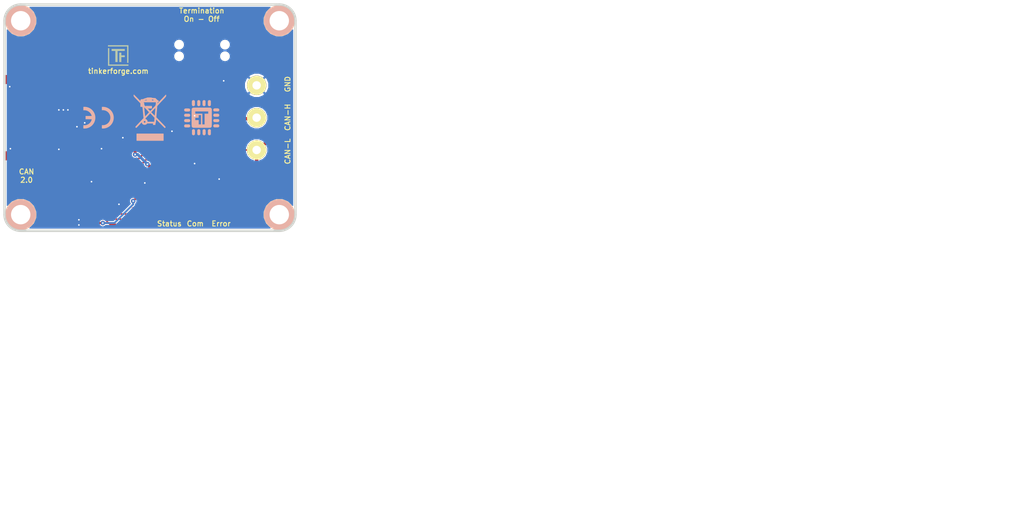
<source format=kicad_pcb>
(kicad_pcb (version 4) (host pcbnew 4.0.2+dfsg1-stable)
  (title_block (title "CAN Bricklet") (date 2018-01-16) (rev 2.0) (company "Tinkerforge GmbH") (comment 1 "Licensed under CERN OHL v.1.1") (comment 2 "Copyright (©) 2018, B.Nordmeyer <bastian@tinkerforge.com>"))
  (layers (0 Vorderseite signal) (31 Rückseite signal hide) (34 B.Paste user) (35 F.Paste user) (36 B.SilkS user) (37 F.SilkS user) (38 B.Mask user) (39 F.Mask user) (44 Edge.Cuts user))
  (net 0 "")
  (net 1 GND)
  (net 2 "Net-(C1-Pad2)")
  (net 3 "Net-(P1-Pad6)")
  (net 4 +5V)
  (net 5 "Net-(C6-Pad1)")
  (net 6 3V3)
  (net 7 "Net-(K1-Pad2)")
  (net 8 "Net-(K1-Pad3)")
  (net 9 "Net-(C7-Pad1)")
  (net 10 "Net-(C14-Pad1)")
  (net 11 "Net-(C15-Pad1)")
  (net 12 "Net-(D1-Pad2)")
  (net 13 "Net-(P1-Pad4)")
  (net 14 "Net-(P1-Pad5)")
  (net 15 "Net-(P2-Pad1)")
  (net 16 "Net-(P3-Pad2)")
  (net 17 "Net-(R2-Pad2)")
  (net 18 "Net-(R5-Pad2)")
  (net 19 S-CS)
  (net 20 S-CLK)
  (net 21 S-MOSI)
  (net 22 S-MISO)
  (net 23 TX)
  (net 24 RX)
  (net 25 "Net-(D2-Pad2)")
  (net 26 "Net-(D3-Pad2)")
  (net 27 "Net-(RP2-Pad4)")
  (net 28 "Net-(RP2-Pad2)")
  (net 29 "Net-(RP2-Pad3)")
  (net 30 "Net-(RP2-Pad1)")
  (net 31 "Net-(RP2-Pad8)")
  (net 32 "Net-(U1-Pad1)")
  (net 33 "Net-(U1-Pad2)")
  (net 34 "Net-(U1-Pad4)")
  (net 35 "Net-(U1-Pad5)")
  (net 36 "Net-(U1-Pad6)")
  (net 37 "Net-(U1-Pad7)")
  (net 38 "Net-(U1-Pad8)")
  (net 39 "Net-(U1-Pad9)")
  (net 40 "Net-(U1-Pad10)")
  (net 41 "Net-(U1-Pad11)")
  (net 42 "Net-(U1-Pad12)")
  (net 43 "Net-(U1-Pad14)")
  (net 44 "Net-(U1-Pad15)")
  (net 45 "Net-(U1-Pad16)")
  (net 46 "Net-(U1-Pad20)")
  (net 47 "Net-(U1-Pad21)")
  (net 48 "Net-(U1-Pad25)")
  (net 49 "Net-(U1-Pad26)")
  (net 50 "Net-(U1-Pad28)")
  (net 51 "Net-(U1-Pad29)")
  (net 52 "Net-(U1-Pad31)")
  (net 53 "Net-(U1-Pad32)")
  (net 54 "Net-(U1-Pad35)")
  (net 55 "Net-(U1-Pad36)")
  (net 56 "Net-(U1-Pad39)")
  (net 57 "Net-(U1-Pad40)")
  (net 58 "Net-(U1-Pad43)")
  (net 59 "Net-(U1-Pad47)")
  (net 60 "Net-(U1-Pad48)")
  (module kicad-libraries:Fiducial_Mark (layer Vorderseite) (at 132.3 116.1)
    (fp_text reference Fiducial_Mark hide)
    (fp_text value VAL** hide)
    (pad 1 smd circle (at 0 0) (size 1.00076 1.00076) (layers Vorderseite F.Paste F.Mask) (clearance 0.65024))
  )
  (module kicad-libraries:Logo_31x31 (layer Vorderseite) (at 141.3 89.4)
    (fp_text reference G*** hide)
    (fp_text value Logo_31x31 hide)
  )
  (module kicad-libraries:Fiducial_Mark (layer Vorderseite) (at 132.8 85.6)
    (fp_text reference Fiducial_Mark hide)
    (fp_text value VAL** hide)
    (pad 1 smd circle (at 0 0) (size 1.00076 1.00076) (layers Vorderseite F.Paste F.Mask) (clearance 0.65024))
  )
  (module kicad-libraries:Fiducial_Mark (layer Vorderseite) (at 167.8 110.6)
    (fp_text reference Fiducial_Mark hide)
    (fp_text value VAL** hide)
    (pad 1 smd circle (at 0 0) (size 1.00076 1.00076) (layers Vorderseite F.Paste F.Mask) (clearance 0.65024))
  )
  (module kicad-libraries:Fiducial_Mark (layer Vorderseite) (at 164.4 87.8)
    (fp_text reference Fiducial_Mark hide)
    (fp_text value VAL** hide)
    (pad 1 smd circle (at 0 0) (size 1.00076 1.00076) (layers Vorderseite F.Paste F.Mask) (clearance 0.65024))
  )
  (module kicad-libraries:WEEE_7mm (layer Rückseite) (at 147.8 100.6 180)
    (fp_text reference VAL hide)
    (fp_text value WEEE_7mm hide)
  )
  (module kicad-libraries:CE_5mm (layer Rückseite) (at 139.8 100.6 180)
    (fp_text reference VAL hide)
    (fp_text value CE_5mm hide)
  )
  (module kicad-libraries:DRILL_NP (layer Vorderseite) (at 167.8 115.6 90)
    (fp_text reference U4 hide)
    (fp_text value DRILL hide)
    (pad "" np_thru_hole circle (at 0 0 90) (size 2.99974 2.99974) (drill 2.99974) (layers *.Cu *.Mask F.SilkS) (clearance 0.89916))
  )
  (module kicad-libraries:DRILL_NP (layer Vorderseite) (at 167.8 85.6)
    (fp_text reference U5 hide)
    (fp_text value DRILL hide)
    (pad "" np_thru_hole circle (at 0 0) (size 2.99974 2.99974) (drill 2.99974) (layers *.Cu *.Mask F.SilkS) (clearance 0.89916))
  )
  (module kicad-libraries:DRILL_NP (layer Vorderseite) (at 127.8 115.6 90)
    (fp_text reference U6 hide)
    (fp_text value DRILL hide)
    (pad "" np_thru_hole circle (at 0 0 90) (size 2.99974 2.99974) (drill 2.99974) (layers *.Cu *.Mask F.SilkS) (clearance 0.89916))
  )
  (module kicad-libraries:CRYSTAL_3225 (layer Vorderseite) (at 139.25 103.6 180)
    (fp_text reference X1)
    (fp_text value 16MHz)
    (pad 3 smd rect (at -1.09982 -0.8001 180) (size 1.39954 1.15062) (layers Vorderseite F.Paste F.Mask) (net 1 GND))
    (pad 2 smd rect (at 1.09982 -0.8001 180) (size 1.39954 1.15062) (layers Vorderseite F.Paste F.Mask) (net 9 "Net-(C7-Pad1)"))
    (pad 1 smd rect (at -1.09982 0.8001 180) (size 1.39954 1.15062) (layers Vorderseite F.Paste F.Mask) (net 5 "Net-(C6-Pad1)"))
    (pad 3 smd rect (at 1.09982 0.8001 180) (size 1.39954 1.15062) (layers Vorderseite F.Paste F.Mask) (net 1 GND))
  )
  (module kicad-libraries:SLIDE_SWITCH (layer Vorderseite) (at 155.8 90.2)
    (fp_text reference SW1)
    (fp_text value Termination)
    (pad 6 smd rect (at -2.49936 -3.2004) (size 1.19888 1.6002) (layers Vorderseite F.Paste F.Mask))
    (pad 5 smd rect (at 0 -3.2004) (size 1.19888 1.6002) (layers Vorderseite F.Paste F.Mask))
    (pad 4 smd rect (at 2.49936 -3.2004) (size 1.19888 1.6002) (layers Vorderseite F.Paste F.Mask))
    (pad 3 smd rect (at 2.49936 3.2004) (size 1.19888 1.6002) (layers Vorderseite F.Paste F.Mask))
    (pad 2 smd rect (at 0 3.2004) (size 1.19888 1.6002) (layers Vorderseite F.Paste F.Mask) (net 18 "Net-(R5-Pad2)"))
    (pad 1 smd rect (at -2.49936 3.2004) (size 1.19888 1.6002) (layers Vorderseite F.Paste F.Mask) (net 7 "Net-(K1-Pad2)"))
    (pad "" np_thru_hole circle (at -3.5 -0.9) (size 1.2 1.2) (drill 1.2) (layers *.Cu *.Mask F.SilkS))
    (pad "" np_thru_hole circle (at -3.5 0.9) (size 1.2 1.2) (drill 1.2) (layers *.Cu *.Mask F.SilkS))
    (pad "" np_thru_hole circle (at 3.6 -0.9) (size 1.2 1.2) (drill 1.2) (layers *.Cu *.Mask F.SilkS))
    (pad "" np_thru_hole circle (at 3.6 0.9) (size 1.2 1.2) (drill 1.2) (layers *.Cu *.Mask F.SilkS))
  )
  (module kicad-libraries:AKL_5_3 (layer Vorderseite) (at 164.3 100.6 270)
    (fp_text reference K1)
    (fp_text value CONN_3)
    (pad 1 thru_hole circle (at -5 0 270) (size 2.99974 2.99974) (drill 1.30048) (layers *.Cu *.Mask F.SilkS) (net 1 GND))
    (pad 2 thru_hole circle (at 0 0 270) (size 2.99974 2.99974) (drill 1.30048) (layers *.Cu *.Mask F.SilkS) (net 7 "Net-(K1-Pad2)"))
    (pad 3 thru_hole circle (at 5 0 270) (size 2.99974 2.99974) (drill 1.30048) (layers *.Cu *.Mask F.SilkS) (net 8 "Net-(K1-Pad3)"))
  )
  (module kicad-libraries:C0805E (layer Vorderseite) (at 134.2 97.4 90)
    (fp_text reference C2)
    (fp_text value 10uF)
    (pad 1 smd rect (at -0.95 0 90) (size 1.3 1.5) (layers Vorderseite F.Paste F.Mask) (net 1 GND) (clearance 0.14986))
    (pad 2 smd rect (at 0.95 0 90) (size 1.3 1.5) (layers Vorderseite F.Paste F.Mask) (net 4 +5V) (clearance 0.14986))
  )
  (module kicad-libraries:C0805E (layer Vorderseite) (at 132.4 99.3 270)
    (fp_text reference C3)
    (fp_text value 10uF)
    (pad 1 smd rect (at -0.95 0 270) (size 1.3 1.5) (layers Vorderseite F.Paste F.Mask) (net 1 GND) (clearance 0.14986))
    (pad 2 smd rect (at 0.95 0 270) (size 1.3 1.5) (layers Vorderseite F.Paste F.Mask) (net 6 3V3) (clearance 0.14986))
  )
  (module kicad-libraries:C0603F (layer Vorderseite) (at 139.25 101.4 180)
    (fp_text reference C6)
    (fp_text value 10pF)
    (pad 1 smd rect (at -0.75 0 180) (size 0.9 0.9) (layers Vorderseite F.Paste F.Mask) (net 5 "Net-(C6-Pad1)"))
    (pad 2 smd rect (at 0.75 0 180) (size 0.9 0.9) (layers Vorderseite F.Paste F.Mask) (net 1 GND))
  )
  (module kicad-libraries:C0603F (layer Vorderseite) (at 136.55 103.6 90)
    (fp_text reference C7)
    (fp_text value 10pF)
    (pad 1 smd rect (at -0.75 0 90) (size 0.9 0.9) (layers Vorderseite F.Paste F.Mask) (net 9 "Net-(C7-Pad1)"))
    (pad 2 smd rect (at 0.75 0 90) (size 0.9 0.9) (layers Vorderseite F.Paste F.Mask) (net 1 GND))
  )
  (module kicad-libraries:C0603F (layer Vorderseite) (at 142.85 104.5 180)
    (fp_text reference C8)
    (fp_text value 100nF)
    (pad 1 smd rect (at -0.75 0 180) (size 0.9 0.9) (layers Vorderseite F.Paste F.Mask) (net 1 GND))
    (pad 2 smd rect (at 0.75 0 180) (size 0.9 0.9) (layers Vorderseite F.Paste F.Mask) (net 6 3V3))
  )
  (module kicad-libraries:C0603F (layer Vorderseite) (at 138.4 116.9)
    (fp_text reference C9)
    (fp_text value 100nF)
    (pad 1 smd rect (at -0.75 0) (size 0.9 0.9) (layers Vorderseite F.Paste F.Mask) (net 1 GND))
    (pad 2 smd rect (at 0.75 0) (size 0.9 0.9) (layers Vorderseite F.Paste F.Mask) (net 6 3V3))
  )
  (module kicad-libraries:C0603F (layer Vorderseite) (at 143.85 113 90)
    (fp_text reference C10)
    (fp_text value 100nF)
    (pad 1 smd rect (at -0.75 0 90) (size 0.9 0.9) (layers Vorderseite F.Paste F.Mask) (net 1 GND))
    (pad 2 smd rect (at 0.75 0 90) (size 0.9 0.9) (layers Vorderseite F.Paste F.Mask) (net 6 3V3))
  )
  (module kicad-libraries:C0603F (layer Vorderseite) (at 138.4 115.55)
    (fp_text reference C11)
    (fp_text value 220nF)
    (pad 1 smd rect (at -0.75 0) (size 0.9 0.9) (layers Vorderseite F.Paste F.Mask) (net 1 GND))
    (pad 2 smd rect (at 0.75 0) (size 0.9 0.9) (layers Vorderseite F.Paste F.Mask) (net 6 3V3))
  )
  (module kicad-libraries:C0603F (layer Vorderseite) (at 156.6 107.7 180)
    (fp_text reference C12)
    (fp_text value 100nF)
    (pad 1 smd rect (at -0.75 0 180) (size 0.9 0.9) (layers Vorderseite F.Paste F.Mask) (net 6 3V3))
    (pad 2 smd rect (at 0.75 0 180) (size 0.9 0.9) (layers Vorderseite F.Paste F.Mask) (net 1 GND))
  )
  (module kicad-libraries:C0603F (layer Vorderseite) (at 151.2 104.5 90)
    (fp_text reference C13)
    (fp_text value 100nF)
    (pad 1 smd rect (at -0.75 0 90) (size 0.9 0.9) (layers Vorderseite F.Paste F.Mask) (net 4 +5V))
    (pad 2 smd rect (at 0.75 0 90) (size 0.9 0.9) (layers Vorderseite F.Paste F.Mask) (net 1 GND))
  )
  (module kicad-libraries:C0603F (layer Vorderseite) (at 160.3 110.1 180)
    (fp_text reference C14)
    (fp_text value 470pF)
    (pad 1 smd rect (at -0.75 0 180) (size 0.9 0.9) (layers Vorderseite F.Paste F.Mask) (net 10 "Net-(C14-Pad1)"))
    (pad 2 smd rect (at 0.75 0 180) (size 0.9 0.9) (layers Vorderseite F.Paste F.Mask) (net 1 GND))
  )
  (module kicad-libraries:C0603F (layer Vorderseite) (at 159.2 96.6 90)
    (fp_text reference C15)
    (fp_text value 470pF)
    (pad 1 smd rect (at -0.75 0 90) (size 0.9 0.9) (layers Vorderseite F.Paste F.Mask) (net 11 "Net-(C15-Pad1)"))
    (pad 2 smd rect (at 0.75 0 90) (size 0.9 0.9) (layers Vorderseite F.Paste F.Mask) (net 1 GND))
  )
  (module kicad-libraries:DEBUG_PAD (layer Vorderseite) (at 135.1 116.5)
    (fp_text reference P2)
    (fp_text value Debug)
    (pad 1 smd circle (at 0 0) (size 0.7 0.7) (layers Vorderseite F.Paste F.Mask) (net 15 "Net-(P2-Pad1)"))
  )
  (module kicad-libraries:SolderJumper (layer Vorderseite) (at 145.9 110.7 180)
    (fp_text reference P3)
    (fp_text value Boot)
    (pad 2 smd rect (at 0.55 0 180) (size 0.3 1.4) (layers Vorderseite F.Mask) (net 16 "Net-(P3-Pad2)"))
    (pad 2 smd rect (at 0.15 0 180) (size 0.6 0.5) (layers Vorderseite F.Mask) (net 16 "Net-(P3-Pad2)"))
    (pad 1 smd rect (at -0.5 0 180) (size 0.4 1.4) (layers Vorderseite F.Mask) (net 1 GND))
    (pad 1 smd rect (at -0.225 0.55 180) (size 0.95 0.3) (layers Vorderseite F.Mask) (net 1 GND))
    (pad 1 smd rect (at -0.225 -0.55 180) (size 0.95 0.3) (layers Vorderseite F.Mask) (net 1 GND))
  )
  (module kicad-libraries:R0603F (layer Vorderseite) (at 155.5 101.2)
    (fp_text reference R2)
    (fp_text value 1k)
    (pad 1 smd rect (at -0.75 0) (size 0.9 0.9) (layers Vorderseite F.Paste F.Mask) (net 1 GND))
    (pad 2 smd rect (at 0.75 0) (size 0.9 0.9) (layers Vorderseite F.Paste F.Mask) (net 17 "Net-(R2-Pad2)"))
  )
  (module kicad-libraries:R0603F (layer Vorderseite) (at 163.5 110.1)
    (fp_text reference R3)
    (fp_text value 120)
    (pad 1 smd rect (at -0.75 0) (size 0.9 0.9) (layers Vorderseite F.Paste F.Mask) (net 10 "Net-(C14-Pad1)"))
    (pad 2 smd rect (at 0.75 0) (size 0.9 0.9) (layers Vorderseite F.Paste F.Mask) (net 8 "Net-(K1-Pad3)"))
  )
  (module kicad-libraries:R0603F (layer Vorderseite) (at 159.2 99.9 270)
    (fp_text reference R4)
    (fp_text value 120)
    (pad 1 smd rect (at -0.75 0 270) (size 0.9 0.9) (layers Vorderseite F.Paste F.Mask) (net 11 "Net-(C15-Pad1)"))
    (pad 2 smd rect (at 0.75 0 270) (size 0.9 0.9) (layers Vorderseite F.Paste F.Mask) (net 7 "Net-(K1-Pad2)"))
  )
  (module kicad-libraries:R0603F (layer Vorderseite) (at 163.7 91.8 180)
    (fp_text reference R5)
    (fp_text value 120)
    (pad 1 smd rect (at -0.75 0 180) (size 0.9 0.9) (layers Vorderseite F.Paste F.Mask) (net 8 "Net-(K1-Pad3)"))
    (pad 2 smd rect (at 0.75 0 180) (size 0.9 0.9) (layers Vorderseite F.Paste F.Mask) (net 18 "Net-(R5-Pad2)"))
  )
  (module kicad-libraries:4X0402 (layer Vorderseite) (at 133.85 103.4 225)
    (fp_text reference RP1)
    (fp_text value 82)
    (pad 1 smd rect (at -0.7493 0.575 45) (size 0.29972 0.65) (layers Vorderseite F.Paste F.Mask) (net 13 "Net-(P1-Pad4)"))
    (pad 2 smd rect (at -0.24892 0.575 45) (size 0.29972 0.65) (layers Vorderseite F.Paste F.Mask) (net 14 "Net-(P1-Pad5)"))
    (pad 3 smd rect (at 0.24892 0.575 45) (size 0.29972 0.65) (layers Vorderseite F.Paste F.Mask) (net 3 "Net-(P1-Pad6)"))
    (pad 4 smd rect (at 0.7493 0.575 45) (size 0.29972 0.65) (layers Vorderseite F.Paste F.Mask) (net 2 "Net-(C1-Pad2)"))
    (pad 5 smd rect (at 0.7493 -0.575 225) (size 0.29972 0.65) (layers Vorderseite F.Paste F.Mask) (net 22 S-MISO))
    (pad 6 smd rect (at 0.24892 -0.575 225) (size 0.29972 0.65) (layers Vorderseite F.Paste F.Mask) (net 21 S-MOSI))
    (pad 7 smd rect (at -0.24892 -0.575 225) (size 0.29972 0.65) (layers Vorderseite F.Paste F.Mask) (net 20 S-CLK))
    (pad 8 smd rect (at -0.7493 -0.575 225) (size 0.29972 0.65) (layers Vorderseite F.Paste F.Mask) (net 19 S-CS))
  )
  (module kicad-libraries:QFN48-EP2 (layer Vorderseite) (at 138.75 110.5 270)
    (fp_text reference U1)
    (fp_text value XMC1404)
    (pad 1 smd rect (at -2.74828 3.61188 90) (size 0.29972 1.14808) (layers Vorderseite F.Paste F.Mask) (net 32 "Net-(U1-Pad1)"))
    (pad 2 smd rect (at -2.2479 3.61188 90) (size 0.29972 1.14808) (layers Vorderseite F.Paste F.Mask) (net 33 "Net-(U1-Pad2)"))
    (pad 3 smd rect (at -1.74752 3.61188 90) (size 0.29972 1.14808) (layers Vorderseite F.Paste F.Mask) (net 22 S-MISO))
    (pad 4 smd rect (at -1.24968 3.61188 90) (size 0.29972 1.14808) (layers Vorderseite F.Paste F.Mask) (net 34 "Net-(U1-Pad4)"))
    (pad 5 smd rect (at -0.7493 3.61188 90) (size 0.29972 1.14808) (layers Vorderseite F.Paste F.Mask) (net 35 "Net-(U1-Pad5)"))
    (pad 6 smd rect (at -0.24892 3.61188 90) (size 0.29972 1.14808) (layers Vorderseite F.Paste F.Mask) (net 36 "Net-(U1-Pad6)"))
    (pad 7 smd rect (at 0.24892 3.61188 90) (size 0.29972 1.14808) (layers Vorderseite F.Paste F.Mask) (net 37 "Net-(U1-Pad7)"))
    (pad 8 smd rect (at 0.7493 3.61188 90) (size 0.29972 1.14808) (layers Vorderseite F.Paste F.Mask) (net 38 "Net-(U1-Pad8)"))
    (pad 9 smd rect (at 1.24968 3.61188 90) (size 0.29972 1.14808) (layers Vorderseite F.Paste F.Mask) (net 39 "Net-(U1-Pad9)"))
    (pad 10 smd rect (at 1.74752 3.61188 90) (size 0.29972 1.14808) (layers Vorderseite F.Paste F.Mask) (net 40 "Net-(U1-Pad10)"))
    (pad 11 smd rect (at 2.2479 3.61188 90) (size 0.29972 1.14808) (layers Vorderseite F.Paste F.Mask) (net 41 "Net-(U1-Pad11)"))
    (pad 12 smd rect (at 2.74828 3.61188 90) (size 0.29972 1.14808) (layers Vorderseite F.Paste F.Mask) (net 42 "Net-(U1-Pad12)"))
    (pad 13 smd rect (at 3.61188 2.74828 180) (size 0.29972 1.14808) (layers Vorderseite F.Paste F.Mask) (net 15 "Net-(P2-Pad1)"))
    (pad 14 smd rect (at 3.61188 2.2479 180) (size 0.29972 1.14808) (layers Vorderseite F.Paste F.Mask) (net 43 "Net-(U1-Pad14)"))
    (pad 15 smd rect (at 3.61188 1.74752 180) (size 0.29972 1.14808) (layers Vorderseite F.Paste F.Mask) (net 44 "Net-(U1-Pad15)"))
    (pad 16 smd rect (at 3.61188 1.24968 180) (size 0.29972 1.14808) (layers Vorderseite F.Paste F.Mask) (net 45 "Net-(U1-Pad16)"))
    (pad 17 smd rect (at 3.61188 0.7493 180) (size 0.29972 1.14808) (layers Vorderseite F.Paste F.Mask) (net 1 GND))
    (pad 18 smd rect (at 3.61188 0.24892 180) (size 0.29972 1.14808) (layers Vorderseite F.Paste F.Mask) (net 6 3V3))
    (pad 19 smd rect (at 3.61188 -0.24892 180) (size 0.29972 1.14808) (layers Vorderseite F.Paste F.Mask) (net 6 3V3))
    (pad 20 smd rect (at 3.61188 -0.7493 180) (size 0.29972 1.14808) (layers Vorderseite F.Paste F.Mask) (net 46 "Net-(U1-Pad20)"))
    (pad 21 smd rect (at 3.61188 -1.24968 180) (size 0.29972 1.14808) (layers Vorderseite F.Paste F.Mask) (net 47 "Net-(U1-Pad21)"))
    (pad 22 smd rect (at 3.61188 -1.74752 180) (size 0.29972 1.14808) (layers Vorderseite F.Paste F.Mask) (net 27 "Net-(RP2-Pad4)"))
    (pad 23 smd rect (at 3.61188 -2.2479 180) (size 0.29972 1.14808) (layers Vorderseite F.Paste F.Mask) (net 29 "Net-(RP2-Pad3)"))
    (pad 24 smd rect (at 3.61188 -2.74828 180) (size 0.29972 1.14808) (layers Vorderseite F.Paste F.Mask) (net 28 "Net-(RP2-Pad2)"))
    (pad 25 smd rect (at 2.74828 -3.61188 270) (size 0.29972 1.14808) (layers Vorderseite F.Paste F.Mask) (net 48 "Net-(U1-Pad25)"))
    (pad 26 smd rect (at 2.2479 -3.61188 270) (size 0.29972 1.14808) (layers Vorderseite F.Paste F.Mask) (net 49 "Net-(U1-Pad26)"))
    (pad 27 smd rect (at 1.74752 -3.61188 270) (size 0.29972 1.14808) (layers Vorderseite F.Paste F.Mask) (net 6 3V3))
    (pad 28 smd rect (at 1.24968 -3.61188 270) (size 0.29972 1.14808) (layers Vorderseite F.Paste F.Mask) (net 50 "Net-(U1-Pad28)"))
    (pad 29 smd rect (at 0.7493 -3.61188 270) (size 0.29972 1.14808) (layers Vorderseite F.Paste F.Mask) (net 51 "Net-(U1-Pad29)"))
    (pad 30 smd rect (at 0.24892 -3.61188 270) (size 0.29972 1.14808) (layers Vorderseite F.Paste F.Mask) (net 16 "Net-(P3-Pad2)"))
    (pad 31 smd rect (at -0.24892 -3.61188 270) (size 0.29972 1.14808) (layers Vorderseite F.Paste F.Mask) (net 52 "Net-(U1-Pad31)"))
    (pad 32 smd rect (at -0.7493 -3.61188 270) (size 0.29972 1.14808) (layers Vorderseite F.Paste F.Mask) (net 53 "Net-(U1-Pad32)"))
    (pad 33 smd rect (at -1.24968 -3.61188 270) (size 0.29972 1.14808) (layers Vorderseite F.Paste F.Mask) (net 23 TX))
    (pad 34 smd rect (at -1.74752 -3.61188 270) (size 0.29972 1.14808) (layers Vorderseite F.Paste F.Mask) (net 24 RX))
    (pad 35 smd rect (at -2.2479 -3.61188 270) (size 0.29972 1.14808) (layers Vorderseite F.Paste F.Mask) (net 54 "Net-(U1-Pad35)"))
    (pad 36 smd rect (at -2.74828 -3.61188 270) (size 0.29972 1.14808) (layers Vorderseite F.Paste F.Mask) (net 55 "Net-(U1-Pad36)"))
    (pad 37 smd rect (at -3.60934 -2.74828) (size 0.29972 1.15062) (layers Vorderseite F.Paste F.Mask) (net 1 GND))
    (pad 38 smd rect (at -3.61188 -2.2479) (size 0.29972 1.14808) (layers Vorderseite F.Paste F.Mask) (net 6 3V3))
    (pad 39 smd rect (at -3.61188 -1.74752) (size 0.29972 1.14808) (layers Vorderseite F.Paste F.Mask) (net 56 "Net-(U1-Pad39)"))
    (pad 40 smd rect (at -3.61188 -1.24968) (size 0.29972 1.14808) (layers Vorderseite F.Paste F.Mask) (net 57 "Net-(U1-Pad40)"))
    (pad 41 smd rect (at -3.61188 -0.7493) (size 0.29972 1.14808) (layers Vorderseite F.Paste F.Mask) (net 5 "Net-(C6-Pad1)"))
    (pad 42 smd rect (at -3.61188 -0.24892) (size 0.29972 1.14808) (layers Vorderseite F.Paste F.Mask) (net 9 "Net-(C7-Pad1)"))
    (pad 43 smd rect (at -3.61188 0.24892) (size 0.29972 1.14808) (layers Vorderseite F.Paste F.Mask) (net 58 "Net-(U1-Pad43)"))
    (pad 44 smd rect (at -3.61188 0.7493) (size 0.29972 1.14808) (layers Vorderseite F.Paste F.Mask) (net 19 S-CS))
    (pad 45 smd rect (at -3.61188 1.24968) (size 0.29972 1.14808) (layers Vorderseite F.Paste F.Mask) (net 20 S-CLK))
    (pad 46 smd rect (at -3.61188 1.74752) (size 0.29972 1.14808) (layers Vorderseite F.Paste F.Mask) (net 21 S-MOSI))
    (pad 47 smd rect (at -3.61188 2.2479) (size 0.29972 1.14808) (layers Vorderseite F.Paste F.Mask) (net 59 "Net-(U1-Pad47)"))
    (pad 48 smd rect (at -3.61188 2.74828) (size 0.29972 1.14808) (layers Vorderseite F.Paste F.Mask) (net 60 "Net-(U1-Pad48)"))
    (pad EP smd rect (at 0 0 270) (size 3.5 3.5) (layers Vorderseite F.Paste F.Mask) (net 1 GND))
  )
  (module kicad-libraries:SOIC8 (layer Vorderseite) (at 155.5 104.4 270)
    (fp_text reference U2)
    (fp_text value MCP2562)
    (pad 1 smd rect (at -1.90246 2.69748 90) (size 0.59944 1.5494) (layers Vorderseite F.Paste F.Mask) (net 23 TX))
    (pad 2 smd rect (at -0.63246 2.69748 90) (size 0.59944 1.5494) (layers Vorderseite F.Paste F.Mask) (net 1 GND))
    (pad 3 smd rect (at 0.63246 2.69748 90) (size 0.59944 1.5494) (layers Vorderseite F.Paste F.Mask) (net 4 +5V))
    (pad 4 smd rect (at 1.90246 2.69748 90) (size 0.59944 1.5494) (layers Vorderseite F.Paste F.Mask) (net 24 RX))
    (pad 5 smd rect (at 1.90246 -2.69748 270) (size 0.59944 1.5494) (layers Vorderseite F.Paste F.Mask) (net 6 3V3))
    (pad 6 smd rect (at 0.63246 -2.69748 270) (size 0.59944 1.5494) (layers Vorderseite F.Paste F.Mask) (net 8 "Net-(K1-Pad3)"))
    (pad 7 smd rect (at -0.63246 -2.69748 270) (size 0.59944 1.5494) (layers Vorderseite F.Paste F.Mask) (net 7 "Net-(K1-Pad2)"))
    (pad 8 smd rect (at -1.90246 -2.69748 270) (size 0.59944 1.5494) (layers Vorderseite F.Paste F.Mask) (net 17 "Net-(R2-Pad2)"))
  )
  (module kicad-libraries:DRILL_NP (layer Vorderseite) (at 127.8 85.6 270)
    (fp_text reference U3 hide)
    (fp_text value DRILL hide)
    (pad "" np_thru_hole circle (at 0 0 270) (size 2.99974 2.99974) (drill 2.99974) (layers *.Cu *.Mask F.SilkS) (clearance 0.89916))
  )
  (module kicad-libraries:CON-SENSOR2 (layer Vorderseite) (at 125.3 100.6 270)
    (fp_text reference P1)
    (fp_text value CON-SENSOR)
    (pad 1 smd rect (at -3.75 -4.6 270) (size 0.6 1.8) (layers Vorderseite F.Paste F.Mask) (net 4 +5V))
    (pad 2 smd rect (at -2.5 -4.6 270) (size 0.6 1.8) (layers Vorderseite F.Paste F.Mask) (net 1 GND))
    (pad EP smd rect (at -5.9 -1.2 270) (size 1.4 2.4) (layers Vorderseite F.Paste F.Mask) (net 1 GND))
    (pad EP smd rect (at 5.9 -1.2 270) (size 1.4 2.4) (layers Vorderseite F.Paste F.Mask) (net 1 GND))
    (pad 3 smd rect (at -1.25 -4.6 270) (size 0.6 1.8) (layers Vorderseite F.Paste F.Mask) (net 6 3V3))
    (pad 4 smd rect (at 0 -4.6 270) (size 0.6 1.8) (layers Vorderseite F.Paste F.Mask) (net 13 "Net-(P1-Pad4)"))
    (pad 5 smd rect (at 1.25 -4.6 270) (size 0.6 1.8) (layers Vorderseite F.Paste F.Mask) (net 14 "Net-(P1-Pad5)"))
    (pad 6 smd rect (at 2.5 -4.6 270) (size 0.6 1.8) (layers Vorderseite F.Paste F.Mask) (net 3 "Net-(P1-Pad6)"))
    (pad 7 smd rect (at 3.75 -4.6 270) (size 0.6 1.8) (layers Vorderseite F.Paste F.Mask) (net 2 "Net-(C1-Pad2)"))
  )
  (module kicad-libraries:0603X4 (layer Vorderseite) (at 146.3 115.9 90)
    (fp_text reference RP2)
    (fp_text value 1k)
    (pad 1 smd rect (at 1.19888 -0.8509 90) (size 0.44958 0.89916) (layers Vorderseite F.Paste F.Mask) (net 30 "Net-(RP2-Pad1)"))
    (pad 2 smd rect (at 0.39878 -0.8509 90) (size 0.44958 0.89916) (layers Vorderseite F.Paste F.Mask) (net 28 "Net-(RP2-Pad2)"))
    (pad 3 smd rect (at -0.39878 -0.8509 90) (size 0.44958 0.89916) (layers Vorderseite F.Paste F.Mask) (net 29 "Net-(RP2-Pad3)"))
    (pad 4 smd rect (at -1.19888 -0.8509 90) (size 0.44958 0.89916) (layers Vorderseite F.Paste F.Mask) (net 27 "Net-(RP2-Pad4)"))
    (pad 5 smd rect (at -1.19888 0.8509 90) (size 0.44958 0.89916) (layers Vorderseite F.Paste F.Mask) (net 26 "Net-(D3-Pad2)"))
    (pad 6 smd rect (at -0.39878 0.8509 90) (size 0.44958 0.89916) (layers Vorderseite F.Paste F.Mask) (net 25 "Net-(D2-Pad2)"))
    (pad 7 smd rect (at 0.39878 0.8509 90) (size 0.44958 0.89916) (layers Vorderseite F.Paste F.Mask) (net 12 "Net-(D1-Pad2)"))
    (pad 8 smd rect (at 1.19888 0.8509 90) (size 0.44958 0.89916) (layers Vorderseite F.Paste F.Mask) (net 31 "Net-(RP2-Pad8)"))
  )
  (module kicad-libraries:Logo_CoMCU (layer Rückseite) (at 155.8 100.6 180)
    (fp_text reference G*** hide)
    (fp_text value LOGO hide)
  )
  (module kicad-libraries:C0402F (layer Vorderseite) (at 132.7 104.5 135)
    (fp_text reference C1)
    (fp_text value 220pF)
    (pad 2 smd rect (at 0.5 0 135) (size 0.6 0.7) (layers Vorderseite F.Paste F.Mask) (net 2 "Net-(C1-Pad2)"))
    (pad 1 smd rect (at -0.5 0 135) (size 0.6 0.7) (layers Vorderseite F.Paste F.Mask) (net 1 GND))
  )
  (module kicad-libraries:D0603F (layer Vorderseite) (at 150.8 115.5 180)
    (fp_text reference D1)
    (fp_text value blue)
    (pad 1 smd rect (at -0.75 0 180) (size 0.9 0.9) (layers Vorderseite F.Paste F.Mask) (net 6 3V3))
    (pad 2 smd rect (at 0.75 0 180) (size 0.9 0.9) (layers Vorderseite F.Paste F.Mask) (net 12 "Net-(D1-Pad2)"))
  )
  (module kicad-libraries:D0603F (layer Vorderseite) (at 154.8 115.5 180)
    (fp_text reference D2)
    (fp_text value yellow)
    (pad 1 smd rect (at -0.75 0 180) (size 0.9 0.9) (layers Vorderseite F.Paste F.Mask) (net 6 3V3))
    (pad 2 smd rect (at 0.75 0 180) (size 0.9 0.9) (layers Vorderseite F.Paste F.Mask) (net 25 "Net-(D2-Pad2)"))
  )
  (module kicad-libraries:D0603F (layer Vorderseite) (at 158.8 115.5 180)
    (fp_text reference D3)
    (fp_text value red)
    (pad 1 smd rect (at -0.75 0 180) (size 0.9 0.9) (layers Vorderseite F.Paste F.Mask) (net 6 3V3))
    (pad 2 smd rect (at 0.75 0 180) (size 0.9 0.9) (layers Vorderseite F.Paste F.Mask) (net 26 "Net-(D3-Pad2)"))
  )
  (gr_text Error (at 158.8 117) (layer F.SilkS) (effects (font (size 0.8001 0.8001) (thickness 0.14986))))
  (gr_text Com (at 154.8 117) (layer F.SilkS) (effects (font (size 0.8001 0.8001) (thickness 0.14986))))
  (gr_text Status (at 150.8 117) (layer F.SilkS) (effects (font (size 0.8001 0.8001) (thickness 0.14986))))
  (gr_text "Termination\nOn - Off" (at 155.8 84.7) (layer F.SilkS) (effects (font (size 0.8 0.8))))
  (gr_text "CAN-L  CAN-H   GND" (at 169.1 101 90) (layer F.SilkS) (effects (font (size 0.8 0.8))))
  (gr_line (start 170.3 85.6) (end 170.3 115.6) (angle 90) (layer Edge.Cuts) (width 0.381))
  (gr_line (start 127.8 83.1) (end 167.8 83.1) (angle 90) (layer Edge.Cuts) (width 0.381))
  (gr_line (start 125.3 115.6) (end 125.3 85.6) (angle 90) (layer Edge.Cuts) (width 0.381))
  (gr_line (start 167.8 118.1) (end 127.8 118.1) (angle 90) (layer Edge.Cuts) (width 0.381))
  (gr_arc (start 167.8 115.6) (end 170.3 115.6) (angle 90) (layer Edge.Cuts) (width 0.381))
  (gr_arc (start 167.8 85.6) (end 167.8 83.1) (angle 90) (layer Edge.Cuts) (width 0.381))
  (gr_arc (start 127.8 85.6) (end 125.3 85.6) (angle 90) (layer Edge.Cuts) (width 0.381))
  (gr_arc (start 127.8 115.6) (end 127.8 118.1) (angle 90) (layer Edge.Cuts) (width 0.381))
  (gr_text tinkerforge.com (at 142.9 93.4) (layer F.SilkS) (effects (font (size 0.8001 0.8001) (thickness 0.14986))))
  (gr_text "CAN\n2.0" (at 128.7 109.6) (layer F.SilkS) (effects (font (size 0.8001 0.8001) (thickness 0.14986))))
  (segment (start 146.4 110.7) (end 146.4 111.2) (width 0.2) (layer Vorderseite) (net 1))
  (segment (start 146.4 111.2) (end 146.1 111.2) (width 0.2) (layer Vorderseite) (net 1))
  (segment (start 146.1 111.2) (end 146.125 111.25) (width 0.2) (layer Vorderseite) (net 1))
  (segment (start 146.125 110.15) (end 146.35 110.15) (width 0.2) (layer Vorderseite) (net 1))
  (segment (start 146.35 110.15) (end 146.4 110.2) (width 0.2) (layer Vorderseite) (net 1))
  (segment (start 146.4 110.2) (end 146.4 110.7) (width 0.2) (layer Vorderseite) (net 1))
  (segment (start 143.6 104.5) (end 143.6 103.7) (width 0.5) (layer Vorderseite) (net 1))
  (via (at 143.6 103.7) (size 0.70104) (drill 0.24892) (layers Vorderseite Rückseite) (net 1))
  (segment (start 140.34982 104.4001) (end 140.34982 105.35018) (width 0.5) (layer Vorderseite) (net 1))
  (via (at 140.3 105.4) (size 0.70104) (drill 0.24892) (layers Vorderseite Rückseite) (net 1))
  (segment (start 140.34982 105.35018) (end 140.3 105.4) (width 0.5) (layer Vorderseite) (net 1))
  (segment (start 138.5 101.4) (end 137.7 101.4) (width 0.5) (layer Vorderseite) (net 1))
  (via (at 137.7 101.4) (size 0.70104) (drill 0.24892) (layers Vorderseite Rückseite) (net 1))
  (segment (start 136.55 102.85) (end 136.55 102.05) (width 0.5) (layer Vorderseite) (net 1))
  (via (at 136.5 102) (size 0.70104) (drill 0.24892) (layers Vorderseite Rückseite) (net 1))
  (segment (start 136.55 102.05) (end 136.5 102) (width 0.5) (layer Vorderseite) (net 1))
  (segment (start 138.15018 102.7999) (end 136.6001 102.7999) (width 0.5) (layer Vorderseite) (net 1))
  (segment (start 136.6001 102.7999) (end 136.55 102.85) (width 0.5) (layer Vorderseite) (net 1))
  (segment (start 133.159619 104.959619) (end 133.7 105.5) (width 0.5) (layer Vorderseite) (net 1))
  (via (at 133.7 105.5) (size 0.70104) (drill 0.24892) (layers Vorderseite Rückseite) (net 1))
  (segment (start 137.65 116.9) (end 137.1 116.9) (width 0.5) (layer Vorderseite) (net 1))
  (via (at 136.8 117.2) (size 0.70104) (drill 0.24892) (layers Vorderseite Rückseite) (net 1))
  (segment (start 137.1 116.9) (end 136.8 117.2) (width 0.5) (layer Vorderseite) (net 1))
  (segment (start 137.65 116.9) (end 137.3 116.9) (width 0.5) (layer Vorderseite) (net 1))
  (segment (start 137.3 116.9) (end 136.8 116.4) (width 0.5) (layer Vorderseite) (net 1))
  (via (at 136.8 116.4) (size 0.70104) (drill 0.24892) (layers Vorderseite Rückseite) (net 1))
  (segment (start 143.85 113.75) (end 143.65 113.75) (width 0.5) (layer Vorderseite) (net 1))
  (segment (start 143.65 113.75) (end 143.4 114) (width 0.5) (layer Vorderseite) (net 1))
  (segment (start 143.4 114) (end 143 114) (width 0.5) (layer Vorderseite) (net 1))
  (via (at 143 114) (size 0.70104) (drill 0.24892) (layers Vorderseite Rückseite) (net 1))
  (segment (start 134.2 98.35) (end 134.2 98.4) (width 0.59944) (layer Vorderseite) (net 1))
  (segment (start 134.2 98.4) (end 135.1 99.3) (width 0.59944) (layer Vorderseite) (net 1))
  (via (at 135.1 99.4) (size 0.70104) (drill 0.24892) (layers Vorderseite Rückseite) (net 1))
  (segment (start 135.1 99.3) (end 135.1 99.4) (width 0.59944) (layer Vorderseite) (net 1))
  (segment (start 134.2 98.35) (end 134.2 99.2) (width 0.59944) (layer Vorderseite) (net 1))
  (via (at 134.4 99.4) (size 0.70104) (drill 0.24892) (layers Vorderseite Rückseite) (net 1))
  (segment (start 134.2 99.2) (end 134.4 99.4) (width 0.59944) (layer Vorderseite) (net 1))
  (segment (start 134.2 98.35) (end 134.2 98.9) (width 0.59944) (layer Vorderseite) (net 1))
  (segment (start 134.2 98.9) (end 133.7 99.4) (width 0.59944) (layer Vorderseite) (net 1))
  (via (at 133.7 99.4) (size 0.70104) (drill 0.24892) (layers Vorderseite Rückseite) (net 1))
  (segment (start 132.4 98.35) (end 134.2 98.35) (width 0.59944) (layer Vorderseite) (net 1))
  (segment (start 129.9 98.1) (end 132.15 98.1) (width 0.59944) (layer Vorderseite) (net 1))
  (segment (start 132.15 98.1) (end 132.4 98.35) (width 0.59944) (layer Vorderseite) (net 1))
  (via (at 138.75 110.5) (size 0.70104) (drill 0.24892) (layers Vorderseite Rückseite) (net 1))
  (segment (start 138.5 110.9) (end 138.5 110.75) (width 0.2) (layer Rückseite) (net 1))
  (segment (start 138.5 110.75) (end 138.75 110.5) (width 0.2) (layer Rückseite) (net 1))
  (segment (start 146.4 110.7) (end 147 110.7) (width 0.2) (layer Vorderseite) (net 1))
  (via (at 147 110.7) (size 0.70104) (drill 0.24892) (layers Vorderseite Rückseite) (net 1))
  (segment (start 137.65 115.55) (end 137.65 116.9) (width 0.5) (layer Vorderseite) (net 1))
  (segment (start 138.0007 114.11188) (end 138.0007 114.7993) (width 0.29972) (layer Vorderseite) (net 1))
  (segment (start 138.0007 114.7993) (end 137.65 115.15) (width 0.29972) (layer Vorderseite) (net 1))
  (segment (start 137.65 115.15) (end 137.65 115.55) (width 0.29972) (layer Vorderseite) (net 1))
  (segment (start 141.49828 106.89066) (end 141.49828 106.15172) (width 0.29972) (layer Vorderseite) (net 1))
  (segment (start 154.6499 101.2) (end 154.6499 100.3501) (width 0.5) (layer Vorderseite) (net 1))
  (via (at 154.7 100.3) (size 0.70104) (drill 0.24892) (layers Vorderseite Rückseite) (net 1))
  (segment (start 154.6499 100.3501) (end 154.7 100.3) (width 0.5) (layer Vorderseite) (net 1))
  (segment (start 159.4499 110.1) (end 158.5 110.1) (width 0.5) (layer Vorderseite) (net 1))
  (via (at 158.5 110.1) (size 0.70104) (drill 0.24892) (layers Vorderseite Rückseite) (net 1))
  (segment (start 159.2 95.8499) (end 159.2 94.9) (width 0.5) (layer Vorderseite) (net 1))
  (via (at 159.2 94.9) (size 0.70104) (drill 0.24892) (layers Vorderseite Rückseite) (net 1))
  (segment (start 155.7499 107.7) (end 154.7 107.7) (width 0.5) (layer Vorderseite) (net 1))
  (via (at 154.7 107.7) (size 0.70104) (drill 0.24892) (layers Vorderseite Rückseite) (net 1))
  (segment (start 126.19916 94.80118) (end 126.19916 95.70084) (width 0.25) (layer Vorderseite) (net 1))
  (via (at 126.1 95.8) (size 0.70104) (drill 0.24892) (layers Vorderseite Rückseite) (net 1))
  (segment (start 126.19916 95.70084) (end 126.1 95.8) (width 0.25) (layer Vorderseite) (net 1))
  (segment (start 126.19916 106.39882) (end 126.19916 105.40084) (width 0.25) (layer Vorderseite) (net 1))
  (via (at 126.2 105.4) (size 0.70104) (drill 0.24892) (layers Vorderseite Rückseite) (net 1))
  (segment (start 126.19916 105.40084) (end 126.2 105.4) (width 0.25) (layer Vorderseite) (net 1))
  (segment (start 151.2 103.5499) (end 151.2 102.7) (width 0.5) (layer Vorderseite) (net 1))
  (via (at 151.2 102.7) (size 0.70104) (drill 0.24892) (layers Vorderseite Rückseite) (net 1))
  (segment (start 152.80252 103.76754) (end 151.41764 103.76754) (width 0.5) (layer Vorderseite) (net 1))
  (segment (start 151.41764 103.76754) (end 151.2 103.5499) (width 0.5) (layer Vorderseite) (net 1))
  (segment (start 142.95 105.4) (end 143.6 104.75) (width 0.29972) (layer Vorderseite) (net 1))
  (segment (start 142.25 105.4) (end 142.95 105.4) (width 0.29972) (layer Vorderseite) (net 1))
  (segment (start 141.49828 106.15172) (end 142.25 105.4) (width 0.29972) (layer Vorderseite) (net 1))
  (segment (start 143.6 104.75) (end 143.6 104.5) (width 0.2) (layer Vorderseite) (net 1))
  (segment (start 129.9 104.35) (end 131.930762 104.35) (width 0.2) (layer Vorderseite) (net 2))
  (segment (start 131.930762 104.35) (end 132.240381 104.040381) (width 0.2) (layer Vorderseite) (net 2))
  (segment (start 132.290381 104.140381) (end 132.296446 104.140381) (width 0.2) (layer Vorderseite) (net 2))
  (segment (start 132.296446 104.140381) (end 132.913578 103.523249) (width 0.2) (layer Vorderseite) (net 2))
  (segment (start 129.9 104.35) (end 131.45 104.35) (width 0.2) (layer Vorderseite) (net 2))
  (segment (start 129.9 103.1) (end 131.3 103.1) (width 0.2) (layer Vorderseite) (net 3))
  (segment (start 132.797974 102.7) (end 133.267401 103.169427) (width 0.2) (layer Vorderseite) (net 3))
  (segment (start 131.7 102.7) (end 132.797974 102.7) (width 0.2) (layer Vorderseite) (net 3))
  (segment (start 131.3 103.1) (end 131.7 102.7) (width 0.2) (layer Vorderseite) (net 3))
  (segment (start 134.2 96.45) (end 140.95 96.45) (width 0.45) (layer Vorderseite) (net 4))
  (segment (start 150.65 105.25) (end 151.2 105.25) (width 0.45) (layer Vorderseite) (net 4))
  (segment (start 149.7 104.3) (end 150.65 105.25) (width 0.45) (layer Vorderseite) (net 4))
  (segment (start 148.8 104.3) (end 149.7 104.3) (width 0.45) (layer Vorderseite) (net 4))
  (segment (start 140.95 96.45) (end 148.8 104.3) (width 0.45) (layer Vorderseite) (net 4))
  (segment (start 129.9 96.85) (end 131.25 96.85) (width 0.45) (layer Vorderseite) (net 4))
  (segment (start 131.65 96.45) (end 134.2 96.45) (width 0.45) (layer Vorderseite) (net 4))
  (segment (start 131.25 96.85) (end 131.65 96.45) (width 0.45) (layer Vorderseite) (net 4))
  (segment (start 152.80252 105.03246) (end 151.41764 105.03246) (width 0.249) (layer Vorderseite) (net 4))
  (segment (start 151.41764 105.03246) (end 151.2 105.2501) (width 0.249) (layer Vorderseite) (net 4))
  (segment (start 140 101.4) (end 140 102.45008) (width 0.2) (layer Vorderseite) (net 5))
  (segment (start 140 102.45008) (end 140.34982 102.7999) (width 0.2) (layer Vorderseite) (net 5))
  (segment (start 139.4993 106.88812) (end 139.4993 105.4493) (width 0.2) (layer Vorderseite) (net 5))
  (segment (start 139.25 103.5) (end 139.9501 102.7999) (width 0.2) (layer Vorderseite) (net 5))
  (segment (start 139.25 105.2) (end 139.25 103.5) (width 0.2) (layer Vorderseite) (net 5))
  (segment (start 139.4993 105.4493) (end 139.25 105.2) (width 0.2) (layer Vorderseite) (net 5))
  (segment (start 139.9501 102.7999) (end 140.34982 102.7999) (width 0.2) (layer Vorderseite) (net 5))
  (segment (start 157.35 107.7) (end 157.35 108.35) (width 0.25) (layer Vorderseite) (net 6))
  (segment (start 148.6 109) (end 148 108.4) (width 0.25) (layer Vorderseite) (net 6))
  (segment (start 156.7 109) (end 148.6 109) (width 0.25) (layer Vorderseite) (net 6))
  (segment (start 157.35 108.35) (end 156.7 109) (width 0.25) (layer Vorderseite) (net 6))
  (segment (start 140.5 116.9) (end 142.3 116.9) (width 0.29972) (layer Rückseite) (net 6))
  (segment (start 145.2 114) (end 145.2 113.5) (width 0.29972) (layer Rückseite) (net 6))
  (segment (start 142.3 116.9) (end 145.2 114) (width 0.29972) (layer Rückseite) (net 6))
  (segment (start 139.15 116.9) (end 140.5 116.9) (width 0.29972) (layer Vorderseite) (net 6))
  (segment (start 146.45 112.25) (end 146.95 112.25) (width 0.29972) (layer Vorderseite) (net 6))
  (via (at 145.2 113.5) (size 0.70104) (drill 0.24892) (layers Vorderseite Rückseite) (net 6))
  (segment (start 145.2 113.5) (end 146.45 112.25) (width 0.29972) (layer Vorderseite) (net 6))
  (via (at 140.5 116.9) (size 0.70104) (drill 0.24892) (layers Vorderseite Rückseite) (net 6))
  (segment (start 149.9 112.9) (end 149 112.9) (width 0.29972) (layer Vorderseite) (net 6))
  (segment (start 151 114) (end 149.9 112.9) (width 0.29972) (layer Vorderseite) (net 6))
  (segment (start 148 111.9) (end 148 111.2) (width 0.29972) (layer Vorderseite) (net 6))
  (segment (start 149 112.9) (end 148 111.9) (width 0.29972) (layer Vorderseite) (net 6))
  (segment (start 143.85 112.25) (end 146.95 112.25) (width 0.45) (layer Vorderseite) (net 6))
  (segment (start 146.95 112.25) (end 148 111.2) (width 0.45) (layer Vorderseite) (net 6))
  (segment (start 143.4 102.8) (end 142.1 101.5) (width 0.45) (layer Vorderseite) (net 6))
  (segment (start 148 111.2) (end 148 108.4) (width 0.45) (layer Vorderseite) (net 6))
  (segment (start 148 108.4) (end 147.4 107.8) (width 0.45) (layer Vorderseite) (net 6))
  (via (at 147.4 107.8) (size 0.70104) (drill 0.24892) (layers Vorderseite Rückseite) (net 6))
  (segment (start 147.4 107.8) (end 145.9 106.3) (width 0.45) (layer Rückseite) (net 6))
  (segment (start 145.9 106.3) (end 145.5 106.3) (width 0.45) (layer Rückseite) (net 6))
  (via (at 145.5 106.3) (size 0.70104) (drill 0.24892) (layers Vorderseite Rückseite) (net 6))
  (segment (start 145.5 106.3) (end 145.5 103.7) (width 0.45) (layer Vorderseite) (net 6))
  (segment (start 145.5 103.7) (end 144.6 102.8) (width 0.45) (layer Vorderseite) (net 6))
  (segment (start 144.6 102.8) (end 143.4 102.8) (width 0.45) (layer Vorderseite) (net 6))
  (segment (start 132.4 100.25) (end 140.85 100.25) (width 0.45) (layer Vorderseite) (net 6))
  (segment (start 140.85 100.25) (end 142.1 101.5) (width 0.45) (layer Vorderseite) (net 6))
  (segment (start 142.1 101.5) (end 142.1 104.5) (width 0.45) (layer Vorderseite) (net 6))
  (segment (start 139.15 116.9) (end 139.15 115.55) (width 0.29972) (layer Vorderseite) (net 6))
  (segment (start 142.36188 112.24752) (end 143.84752 112.24752) (width 0.29972) (layer Vorderseite) (net 6))
  (segment (start 143.84752 112.24752) (end 143.85 112.25) (width 0.29972) (layer Vorderseite) (net 6))
  (segment (start 159.55 115.5) (end 159.55 114.75) (width 0.29972) (layer Vorderseite) (net 6))
  (segment (start 158.8 114) (end 154.8 114) (width 0.29972) (layer Vorderseite) (net 6))
  (segment (start 159.55 114.75) (end 158.8 114) (width 0.29972) (layer Vorderseite) (net 6))
  (segment (start 155.55 115.5) (end 155.55 114.75) (width 0.29972) (layer Vorderseite) (net 6))
  (segment (start 154.8 114) (end 151 114) (width 0.29972) (layer Vorderseite) (net 6))
  (segment (start 155.55 114.75) (end 154.8 114) (width 0.29972) (layer Vorderseite) (net 6))
  (segment (start 151.55 115.5) (end 151.55 114.55) (width 0.29972) (layer Vorderseite) (net 6))
  (segment (start 151.55 114.55) (end 151 114) (width 0.29972) (layer Vorderseite) (net 6))
  (segment (start 138.99892 114.11188) (end 138.99892 114.84892) (width 0.29972) (layer Vorderseite) (net 6))
  (segment (start 138.99892 114.84892) (end 139.15 115) (width 0.29972) (layer Vorderseite) (net 6))
  (segment (start 139.15 115) (end 139.15 115.55) (width 0.29972) (layer Vorderseite) (net 6))
  (segment (start 138.50108 114.11188) (end 138.50108 114.97392) (width 0.25) (layer Vorderseite) (net 6))
  (segment (start 138.4 116.45) (end 138.85 116.9) (width 0.25) (layer Vorderseite) (net 6))
  (segment (start 138.4 115.075) (end 138.4 116.45) (width 0.25) (layer Vorderseite) (net 6))
  (segment (start 138.50108 114.97392) (end 138.4 115.075) (width 0.25) (layer Vorderseite) (net 6))
  (segment (start 138.85 116.9) (end 139.15 116.9) (width 0.29972) (layer Vorderseite) (net 6))
  (segment (start 140.9979 106.88812) (end 140.9979 105.9521) (width 0.29972) (layer Vorderseite) (net 6))
  (segment (start 140.9979 105.9521) (end 142.1 104.85) (width 0.29972) (layer Vorderseite) (net 6))
  (segment (start 142.1 104.85) (end 142.1 104.5) (width 0.29972) (layer Vorderseite) (net 6))
  (segment (start 129.9 99.35) (end 131.05 99.35) (width 0.45) (layer Vorderseite) (net 6))
  (segment (start 131.05 99.35) (end 131.95 100.25) (width 0.45) (layer Vorderseite) (net 6))
  (segment (start 131.95 100.25) (end 132.4 100.25) (width 0.45) (layer Vorderseite) (net 6))
  (segment (start 157.4501 107.2499) (end 157.4501 107.7) (width 0.249) (layer Vorderseite) (net 6))
  (segment (start 158.19748 106.30246) (end 158.19748 106.50252) (width 0.249) (layer Vorderseite) (net 6))
  (segment (start 158.19748 106.50252) (end 157.4501 107.2499) (width 0.249) (layer Vorderseite) (net 6))
  (segment (start 153.30064 94.40064) (end 153.30064 93.4004) (width 0.5) (layer Vorderseite) (net 7))
  (segment (start 153.6 94.7) (end 153.30064 94.40064) (width 0.5) (layer Vorderseite) (net 7))
  (segment (start 154.5 94.7) (end 153.6 94.7) (width 0.5) (layer Vorderseite) (net 7))
  (segment (start 156.9 97.1) (end 154.5 94.7) (width 0.5) (layer Vorderseite) (net 7))
  (segment (start 156.9 99.1) (end 156.9 97.1) (width 0.5) (layer Vorderseite) (net 7))
  (segment (start 164.1499 100.7501) (end 164.3 100.6) (width 0.249) (layer Vorderseite) (net 7))
  (segment (start 158.5501 100.7501) (end 156.9 99.1) (width 0.5) (layer Vorderseite) (net 7))
  (segment (start 158.19748 103.76754) (end 159.23246 103.76754) (width 0.249) (layer Vorderseite) (net 7))
  (segment (start 159.23246 103.76754) (end 159.7 103.3) (width 0.249) (layer Vorderseite) (net 7))
  (segment (start 159.7 103.3) (end 159.7 102) (width 0.249) (layer Vorderseite) (net 7))
  (segment (start 159.7 102) (end 159.2 101.5) (width 0.249) (layer Vorderseite) (net 7))
  (segment (start 159.2 100.7501) (end 158.5501 100.7501) (width 0.5) (layer Vorderseite) (net 7))
  (segment (start 159.2 101.5) (end 159.2 100.7501) (width 0.249) (layer Vorderseite) (net 7))
  (segment (start 159.2 100.7501) (end 164.1499 100.7501) (width 0.5) (layer Vorderseite) (net 7))
  (segment (start 164.3 106.6) (end 164.3 110.0499) (width 0.5) (layer Vorderseite) (net 8))
  (segment (start 164.3 110.0499) (end 164.3501 110.1) (width 0.249) (layer Vorderseite) (net 8))
  (segment (start 164.5501 91.8) (end 166.4 91.8) (width 0.5) (layer Vorderseite) (net 8))
  (segment (start 167.2 92.6) (end 167.2 103) (width 0.5) (layer Vorderseite) (net 8))
  (segment (start 166.4 91.8) (end 167.2 92.6) (width 0.5) (layer Vorderseite) (net 8))
  (segment (start 164.3 105.6) (end 164.6 105.6) (width 0.5) (layer Vorderseite) (net 8))
  (segment (start 164.6 105.6) (end 167.2 103) (width 0.5) (layer Vorderseite) (net 8))
  (segment (start 158.19748 105.03246) (end 160.83246 105.03246) (width 0.249) (layer Vorderseite) (net 8))
  (segment (start 161.4 105.6) (end 164.3 105.6) (width 0.249) (layer Vorderseite) (net 8))
  (segment (start 160.83246 105.03246) (end 161.4 105.6) (width 0.249) (layer Vorderseite) (net 8))
  (segment (start 138.15018 104.4001) (end 136.6001 104.4001) (width 0.2) (layer Vorderseite) (net 9))
  (segment (start 136.6001 104.4001) (end 136.55 104.35) (width 0.2) (layer Vorderseite) (net 9))
  (segment (start 138.99892 106.88812) (end 138.99892 105.94892) (width 0.2) (layer Vorderseite) (net 9))
  (segment (start 138.15018 105.10018) (end 138.15018 104.4001) (width 0.2) (layer Vorderseite) (net 9))
  (segment (start 138.99892 105.94892) (end 138.15018 105.10018) (width 0.2) (layer Vorderseite) (net 9))
  (segment (start 162.6499 110.1) (end 161.1501 110.1) (width 0.5) (layer Vorderseite) (net 10))
  (segment (start 159.2 97.5501) (end 159.2 99.0499) (width 0.5) (layer Vorderseite) (net 11))
  (segment (start 147.1509 115.50122) (end 150.04878 115.50122) (width 0.2) (layer Vorderseite) (net 12))
  (segment (start 150.04878 115.50122) (end 150.05 115.5) (width 0.2) (layer Vorderseite) (net 12))
  (segment (start 129.9 100.6) (end 130.9 100.6) (width 0.2) (layer Vorderseite) (net 13))
  (segment (start 132.909671 101.4) (end 133.973249 102.463578) (width 0.2) (layer Vorderseite) (net 13))
  (segment (start 131.7 101.4) (end 132.909671 101.4) (width 0.2) (layer Vorderseite) (net 13))
  (segment (start 130.9 100.6) (end 131.7 101.4) (width 0.2) (layer Vorderseite) (net 13))
  (segment (start 129.9 100.6) (end 130.7 100.6) (width 0.2) (layer Vorderseite) (net 13))
  (segment (start 129.9 101.85) (end 132.652026 101.85) (width 0.2) (layer Vorderseite) (net 14))
  (segment (start 132.652026 101.85) (end 133.619427 102.817401) (width 0.2) (layer Vorderseite) (net 14))
  (segment (start 136.00172 114.11188) (end 136.00172 115.59828) (width 0.25) (layer Vorderseite) (net 15))
  (segment (start 136.00172 115.59828) (end 135.1 116.5) (width 0.25) (layer Vorderseite) (net 15))
  (segment (start 145.75 110.7) (end 145.3 110.7) (width 0.2) (layer Vorderseite) (net 16))
  (segment (start 145.3 110.7) (end 145.35 110.7) (width 0.2) (layer Vorderseite) (net 16))
  (segment (start 142.36188 110.74892) (end 145.30108 110.74892) (width 0.2) (layer Vorderseite) (net 16))
  (segment (start 145.30108 110.74892) (end 145.35 110.7) (width 0.2) (layer Vorderseite) (net 16))
  (segment (start 156.3501 101.9501) (end 156.3501 101.2) (width 0.249) (layer Vorderseite) (net 17))
  (segment (start 156.89754 102.49754) (end 156.3501 101.9501) (width 0.249) (layer Vorderseite) (net 17))
  (segment (start 158.19748 102.49754) (end 156.89754 102.49754) (width 0.249) (layer Vorderseite) (net 17))
  (segment (start 162.8499 91.8) (end 161.5 91.8) (width 0.5) (layer Vorderseite) (net 18))
  (segment (start 161.5 91.8) (end 161.1 92.2) (width 0.5) (layer Vorderseite) (net 18))
  (segment (start 155.8 93.4004) (end 155.8 92.4) (width 0.5) (layer Vorderseite) (net 18))
  (segment (start 156 92.2) (end 161.1 92.2) (width 0.5) (layer Vorderseite) (net 18))
  (segment (start 155.8 92.4) (end 156 92.2) (width 0.5) (layer Vorderseite) (net 18))
  (segment (start 138.0007 106.88812) (end 138.0007 105.9507) (width 0.2) (layer Vorderseite) (net 19))
  (segment (start 135.75 104.240329) (end 134.786422 103.276751) (width 0.2) (layer Vorderseite) (net 19))
  (segment (start 135.75 104.9) (end 135.75 104.240329) (width 0.2) (layer Vorderseite) (net 19))
  (segment (start 136.05 105.2) (end 135.75 104.9) (width 0.2) (layer Vorderseite) (net 19))
  (segment (start 137.25 105.2) (end 136.05 105.2) (width 0.2) (layer Vorderseite) (net 19))
  (segment (start 138.0007 105.9507) (end 137.25 105.2) (width 0.2) (layer Vorderseite) (net 19))
  (segment (start 137.50032 106.88812) (end 137.50032 106.05032) (width 0.2) (layer Vorderseite) (net 20))
  (segment (start 135.35 104.547974) (end 134.432599 103.630573) (width 0.2) (layer Vorderseite) (net 20))
  (segment (start 135.35 105.1) (end 135.35 104.547974) (width 0.2) (layer Vorderseite) (net 20))
  (segment (start 135.85 105.6) (end 135.35 105.1) (width 0.2) (layer Vorderseite) (net 20))
  (segment (start 137.05 105.6) (end 135.85 105.6) (width 0.2) (layer Vorderseite) (net 20))
  (segment (start 137.50032 106.05032) (end 137.05 105.6) (width 0.2) (layer Vorderseite) (net 20))
  (segment (start 137.00248 106.88812) (end 137.00248 106.25248) (width 0.2) (layer Vorderseite) (net 21))
  (segment (start 134.85 104.752026) (end 134.080573 103.982599) (width 0.2) (layer Vorderseite) (net 21))
  (segment (start 134.85 105.1) (end 134.85 104.752026) (width 0.2) (layer Vorderseite) (net 21))
  (segment (start 135.75 106) (end 134.85 105.1) (width 0.2) (layer Vorderseite) (net 21))
  (segment (start 136.75 106) (end 135.75 106) (width 0.2) (layer Vorderseite) (net 21))
  (segment (start 137.00248 106.25248) (end 136.75 106) (width 0.2) (layer Vorderseite) (net 21))
  (segment (start 135.13812 108.75248) (end 134.30248 108.75248) (width 0.2) (layer Vorderseite) (net 22))
  (segment (start 134.45 105.059671) (end 133.726751 104.336422) (width 0.2) (layer Vorderseite) (net 22))
  (segment (start 134.45 106.6) (end 134.45 105.059671) (width 0.2) (layer Vorderseite) (net 22))
  (segment (start 134.05 107) (end 134.45 106.6) (width 0.2) (layer Vorderseite) (net 22))
  (segment (start 134.05 108.5) (end 134.05 107) (width 0.2) (layer Vorderseite) (net 22))
  (segment (start 134.30248 108.75248) (end 134.05 108.5) (width 0.2) (layer Vorderseite) (net 22))
  (segment (start 142.36188 109.25032) (end 145.04968 109.25032) (width 0.25) (layer Vorderseite) (net 23))
  (segment (start 145.04968 109.25032) (end 147.52 106.78) (width 0.25) (layer Vorderseite) (net 23))
  (segment (start 147.52 106.78) (end 150.18 106.78) (width 0.25) (layer Vorderseite) (net 23))
  (segment (start 154.2 103.2) (end 153.49754 102.49754) (width 0.25) (layer Vorderseite) (net 23))
  (segment (start 154.2 106.6) (end 154.2 103.2) (width 0.25) (layer Vorderseite) (net 23))
  (segment (start 153.5 107.3) (end 154.2 106.6) (width 0.25) (layer Vorderseite) (net 23))
  (segment (start 150.7 107.3) (end 153.5 107.3) (width 0.25) (layer Vorderseite) (net 23))
  (segment (start 150.18 106.78) (end 150.7 107.3) (width 0.25) (layer Vorderseite) (net 23))
  (segment (start 153.49754 102.49754) (end 152.80252 102.49754) (width 0.25) (layer Vorderseite) (net 23))
  (segment (start 142.36188 108.75248) (end 144.24752 108.75248) (width 0.25) (layer Vorderseite) (net 24))
  (segment (start 146.79 106.21) (end 150.61 106.21) (width 0.25) (layer Vorderseite) (net 24))
  (segment (start 144.24752 108.75248) (end 146.79 106.21) (width 0.25) (layer Vorderseite) (net 24))
  (segment (start 152.80252 106.30246) (end 150.70246 106.30246) (width 0.249) (layer Vorderseite) (net 24))
  (segment (start 150.70246 106.30246) (end 150.61 106.21) (width 0.249) (layer Vorderseite) (net 24))
  (segment (start 147.1509 116.29878) (end 152.80122 116.29878) (width 0.2) (layer Vorderseite) (net 25))
  (segment (start 152.80122 116.29878) (end 153.6 115.5) (width 0.2) (layer Vorderseite) (net 25))
  (segment (start 147.1509 117.09888) (end 155.90112 117.09888) (width 0.2) (layer Vorderseite) (net 26))
  (segment (start 157.5 115.5) (end 158.05 115.5) (width 0.2) (layer Vorderseite) (net 26))
  (segment (start 155.90112 117.09888) (end 157.5 115.5) (width 0.2) (layer Vorderseite) (net 26))
  (segment (start 145.4491 117.09888) (end 141.59888 117.09888) (width 0.2) (layer Vorderseite) (net 27))
  (segment (start 140.49752 115.99752) (end 140.49752 114.11188) (width 0.2) (layer Vorderseite) (net 27))
  (segment (start 141.59888 117.09888) (end 140.49752 115.99752) (width 0.2) (layer Vorderseite) (net 27))
  (segment (start 145.4491 115.50122) (end 142.10122 115.50122) (width 0.2) (layer Vorderseite) (net 28))
  (segment (start 141.49828 114.89828) (end 141.49828 114.11188) (width 0.2) (layer Vorderseite) (net 28))
  (segment (start 142.10122 115.50122) (end 141.49828 114.89828) (width 0.2) (layer Vorderseite) (net 28))
  (segment (start 141.49828 114.11188) (end 141.49828 114.59828) (width 0.2) (layer Vorderseite) (net 28))
  (segment (start 140.9979 114.11188) (end 140.9979 115.2979) (width 0.2) (layer Vorderseite) (net 29))
  (segment (start 141.99878 116.29878) (end 145.4491 116.29878) (width 0.2) (layer Vorderseite) (net 29))
  (segment (start 140.9979 115.2979) (end 141.99878 116.29878) (width 0.2) (layer Vorderseite) (net 29))
  (zone (net 1) (net_name GND) (layer Rückseite) (connect_pads (clearance 0.15)) (min_thickness 0.15) (fill yes (arc_segments 16) (thermal_gap 0.3) (thermal_bridge_width 0.3))
    (polygon (pts (xy 170.3 118.1) (xy 170.3 83.1) (xy 125.3 83.1) (xy 125.3 118.1)))
  )
)
</source>
